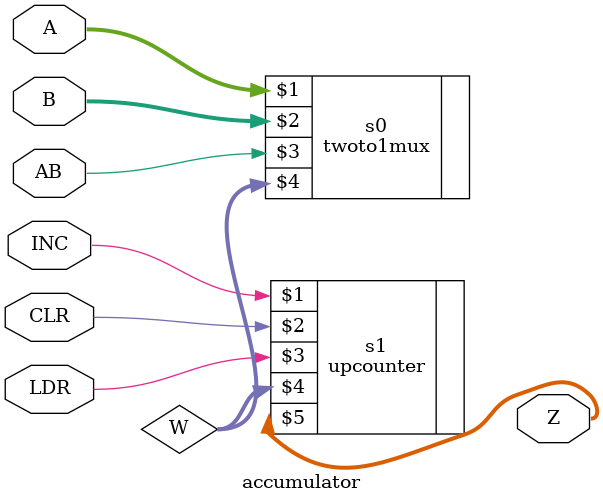
<source format=v>

module accumulator (
	input [3:0] A, B,
	input INC, LDR, CLR, AB,
	output [3:0] Z);
	wire [3:0] W;
	twoto1mux s0 (A, B, AB, W);
	upcounter s1 (INC, CLR, LDR, W, Z);
endmodule 
</source>
